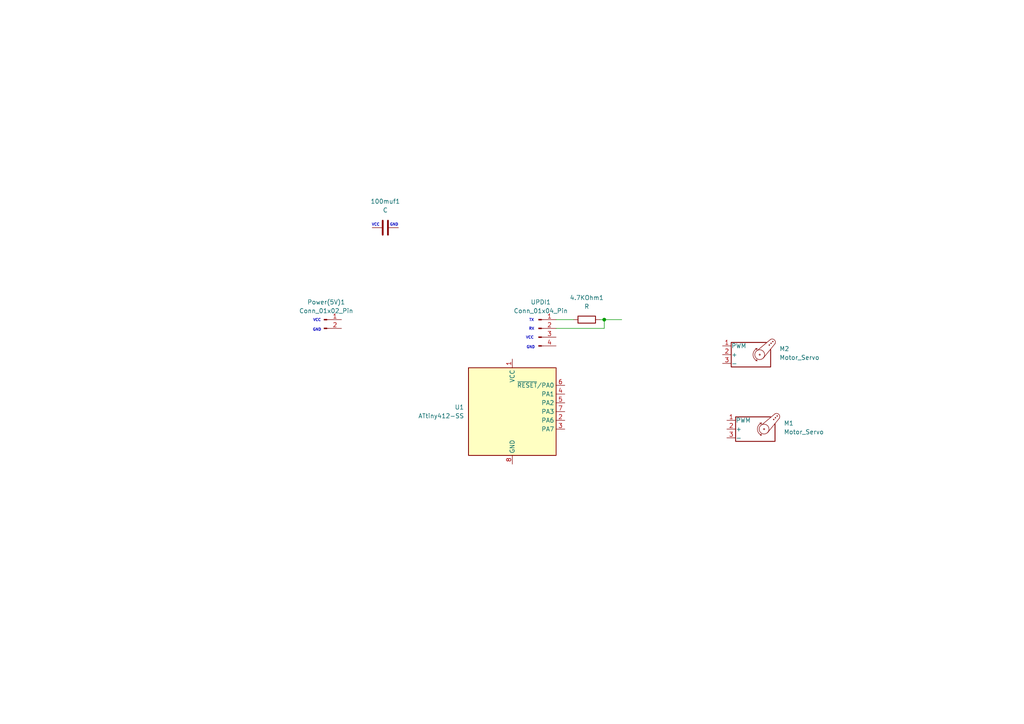
<source format=kicad_sch>
(kicad_sch (version 20231120) (generator "eeschema") (generator_version "8.0")
  (paper "A4")
  (lib_symbols
    (symbol "Connector:Conn_01x02_Pin" (pin_names (offset 1.016) hide)
      (property "Reference" "J" (at 0 2.54 0))
      (property "Value" "Conn_01x02_Pin" (at 0 -5.08 0))
      (symbol "Conn_01x02_Pin_1_1"
        (polyline (pts (xy 1.27 -2.54) (xy 0.8636 -2.54)) (stroke (width 0.1524)))
        (polyline (pts (xy 1.27 0) (xy 0.8636 0)) (stroke (width 0.1524)))
        (rectangle (start 0.8636 -2.413) (end 0 -2.667) (stroke (width 0.1524)) (fill (type outline)))
        (rectangle (start 0.8636 0.127) (end 0 -0.127) (stroke (width 0.1524)) (fill (type outline)))
        (pin passive line (at 5.08 0 180) (length 3.81) (name "Pin_1") (number "1"))
        (pin passive line (at 5.08 -2.54 180) (length 3.81) (name "Pin_2") (number "2"))
      )
    )
    (symbol "Connector:Conn_01x04_Pin" (pin_names (offset 1.016) hide)
      (property "Reference" "J" (at 0 5.08 0))
      (property "Value" "Conn_01x04_Pin" (at 0 -7.62 0))
      (symbol "Conn_01x04_Pin_1_1"
        (polyline (pts (xy 1.27 -5.08) (xy 0.8636 -5.08)) (stroke (width 0.1524)))
        (polyline (pts (xy 1.27 -2.54) (xy 0.8636 -2.54)) (stroke (width 0.1524)))
        (polyline (pts (xy 1.27 0) (xy 0.8636 0)) (stroke (width 0.1524)))
        (polyline (pts (xy 1.27 2.54) (xy 0.8636 2.54)) (stroke (width 0.1524)))
        (rectangle (start 0.8636 -4.953) (end 0 -5.207) (stroke (width 0.1524)) (fill (type outline)))
        (rectangle (start 0.8636 -2.413) (end 0 -2.667) (stroke (width 0.1524)) (fill (type outline)))
        (rectangle (start 0.8636 0.127) (end 0 -0.127) (stroke (width 0.1524)) (fill (type outline)))
        (rectangle (start 0.8636 2.667) (end 0 2.413) (stroke (width 0.1524)) (fill (type outline)))
        (pin passive line (at 5.08 2.54 180) (length 3.81) (name "Pin_1") (number "1"))
        (pin passive line (at 5.08 0 180) (length 3.81) (name "Pin_2") (number "2"))
        (pin passive line (at 5.08 -2.54 180) (length 3.81) (name "Pin_3") (number "3"))
        (pin passive line (at 5.08 -5.08 180) (length 3.81) (name "Pin_4") (number "4"))
      )
    )
    (symbol "Device:C" (pin_numbers hide) (pin_names (offset 0.254))
      (property "Reference" "C" (at 0.635 2.54 0))
      (property "Value" "C" (at 0.635 -2.54 0))
      (symbol "C_0_1"
        (polyline (pts (xy -2.032 -0.762) (xy 2.032 -0.762)) (stroke (width 0.508)))
        (polyline (pts (xy -2.032 0.762) (xy 2.032 0.762)) (stroke (width 0.508)))
      )
      (symbol "C_1_1"
        (pin passive line (at 0 3.81 270) (length 2.794) (name "~") (number "1"))
        (pin passive line (at 0 -3.81 90) (length 2.794) (name "~") (number "2"))
      )
    )
    (symbol "Device:R" (pin_numbers hide) (pin_names (offset 0))
      (property "Reference" "R" (at 2.032 0 90))
      (property "Value" "R" (at 0 0 90))
      (symbol "R_0_1"
        (rectangle (start -1.016 -2.54) (end 1.016 2.54) (stroke (width 0.254)))
      )
      (symbol "R_1_1"
        (pin passive line (at 0 3.81 270) (length 1.27) (name "~") (number "1"))
        (pin passive line (at 0 -3.81 90) (length 1.27) (name "~") (number "2"))
      )
    )
    (symbol "MCU_Microchip_ATtiny:ATtiny412-SS"
      (property "Reference" "U" (at -12.7 13.97 0))
      (property "Value" "ATtiny412-SS" (at 2.54 -13.97 0))
      (symbol "ATtiny412-SS_0_1"
        (rectangle (start -12.7 -12.7) (end 12.7 12.7) (stroke (width 0.254)) (fill (type background)))
      )
      (symbol "ATtiny412-SS_1_1"
        (pin power_in line (at 0 15.24 270) (length 2.54) (name "VCC") (number "1"))
        (pin bidirectional line (at 15.24 -2.54 180) (length 2.54) (name "PA6") (number "2"))
        (pin bidirectional line (at 15.24 -5.08 180) (length 2.54) (name "PA7") (number "3"))
        (pin bidirectional line (at 15.24 5.08 180) (length 2.54) (name "PA1") (number "4"))
        (pin bidirectional line (at 15.24 2.54 180) (length 2.54) (name "PA2") (number "5"))
        (pin bidirectional line (at 15.24 7.62 180) (length 2.54) (name "~{RESET}/PA0") (number "6"))
        (pin bidirectional line (at 15.24 0 180) (length 2.54) (name "PA3") (number "7"))
        (pin power_in line (at 0 -15.24 90) (length 2.54) (name "GND") (number "8"))
      )
    )
    (symbol "Motor:Motor_Servo" (pin_names (offset 0.0254))
      (property "Reference" "M" (at -5.08 4.445 0))
      (property "Value" "Motor_Servo" (at -5.08 -4.064 0))
      (symbol "Motor_Servo_0_1"
        (polyline (pts (xy 2.413 -1.778) (xy 2.032 -1.778)))
        (polyline (pts (xy 2.413 -1.778) (xy 2.286 -1.397)))
        (polyline (pts (xy 2.413 1.778) (xy 1.905 1.778)))
        (polyline (pts (xy 2.413 1.778) (xy 2.286 1.397)))
        (polyline (pts (xy 6.35 4.445) (xy 2.54 1.27)))
        (polyline (pts (xy 7.62 3.175) (xy 4.191 -1.016)))
        (polyline (pts (xy 5.08 3.556) (xy -5.08 3.556) (xy -5.08 -3.556) (xy 6.35 -3.556) (xy 6.35 1.524)) (stroke (width 0.254)))
        (arc (start 2.413 1.778) (mid 1.2406 0) (end 2.413 -1.778))
        (circle (center 3.175 0) (radius 0.1778))
        (circle (center 3.175 0) (radius 1.4224))
        (circle (center 5.969 2.794) (radius 0.127))
        (circle (center 6.477 3.302) (radius 0.127))
        (circle (center 6.985 3.81) (radius 0.127))
        (arc (start 7.62 3.175) (mid 7.4485 4.2735) (end 6.35 4.445))
      )
      (symbol "Motor_Servo_1_1"
        (pin passive line (at -7.62 2.54 0) (length 2.54) (name "PWM") (number "1"))
        (pin passive line (at -7.62 0 0) (length 2.54) (name "+") (number "2"))
        (pin passive line (at -7.62 -2.54 0) (length 2.54) (name "-") (number "3"))
      )
    )
  )
  (junction (at 175.26 92.71))
  (wire (pts (xy 175.26 92.71) (xy 180.34 92.71)))
  (wire (pts (xy 173.99 92.71) (xy 175.26 92.71)))
  (wire (pts (xy 161.29 92.71) (xy 166.37 92.71)))
  (wire (pts (xy 175.26 95.25) (xy 175.26 92.71)))
  (wire (pts (xy 161.29 95.25) (xy 175.26 95.25)))
  (text "VCC" (at 153.67 98.044 0) (effects (font (size 0.762 0.762))))
  (text "VCC" (at 108.966 65.278 0) (effects (font (size 0.762 0.762))))
  (text "RX" (at 154.178 95.504 0) (effects (font (size 0.762 0.762))))
  (text "GND" (at 114.3 65.278 0) (effects (font (size 0.762 0.762))))
  (text "GND" (at 153.924 100.838 0) (effects (font (size 0.762 0.762))))
  (text "VCC" (at 91.948 92.964 0) (effects (font (size 0.762 0.762))))
  (text "GND" (at 91.948 95.758 0) (effects (font (size 0.762 0.762))))
  (text "TX" (at 154.178 92.964 0) (effects (font (size 0.762 0.762))))
  (symbol (lib_id "Device:C") (at 111.76 66.04 90) (unit 1)
    (property "Reference" "100muf1" (at 111.76 58.42 90))
    (property "Value" "C" (at 111.76 60.96 90))
    (property "Footprint" "Capacitor_SMD:C_0201_0603Metric_Pad0.64x0.40mm_HandSolder" (effects (hide yes)))
    (property "Description" "Unpolarized capacitor" (effects (hide yes)))
  )
  (symbol (lib_id "Connector:Conn_01x04_Pin") (at 156.21 95.25 0) (unit 1)
    (property "Reference" "UPDI1" (at 156.845 87.63 0))
    (property "Value" "Conn_01x04_Pin" (at 156.845 90.17 0))
    (property "Footprint" "Connector_PinHeader_1.00mm:PinHeader_1x04_P1.00mm_Vertical_SMD_Pin1Left" (effects (hide yes)))
    (property "Description" "Generic connector, single row, 01x04, script generated" (effects (hide yes)))
  )
  (symbol (lib_id "Device:R") (at 170.18 92.71 270) (unit 1)
    (property "Reference" "4.7KOhm1" (at 170.18 86.36 90))
    (property "Value" "R" (at 170.18 88.9 90))
    (property "Footprint" "Resistor_SMD:R_0201_0603Metric_Pad0.64x0.40mm_HandSolder" (effects (hide yes)))
    (property "Description" "Resistor" (effects (hide yes)))
  )
  (symbol (lib_id "Motor:Motor_Servo") (at 217.17 102.87 0) (unit 1)
    (property "Reference" "M2" (at 226.06 101.1665 0) (effects (justify left)))
    (property "Value" "Motor_Servo" (at 226.06 103.7065 0) (effects (justify left)))
    (property "Footprint" "Connector_PinHeader_1.00mm:PinHeader_1x03_P1.00mm_Vertical_SMD_Pin1Left" (effects (hide yes)))
    (property "Datasheet" "http://forums.parallax.com/uploads/attachments/46831/74481.png" (effects (hide yes)))
    (property "Description" "Servo Motor (Futaba, HiTec, JR connector)" (effects (hide yes)))
  )
  (symbol (lib_id "Motor:Motor_Servo") (at 218.44 124.46 0) (unit 1)
    (property "Reference" "M1" (at 227.33 122.7565 0) (effects (justify left)))
    (property "Value" "Motor_Servo" (at 227.33 125.2965 0) (effects (justify left)))
    (property "Footprint" "Connector_PinHeader_1.00mm:PinHeader_1x03_P1.00mm_Vertical_SMD_Pin1Right" (effects (hide yes)))
    (property "Datasheet" "http://forums.parallax.com/uploads/attachments/46831/74481.png" (effects (hide yes)))
    (property "Description" "Servo Motor (Futaba, HiTec, JR connector)" (effects (hide yes)))
  )
  (symbol (lib_id "MCU_Microchip_ATtiny:ATtiny412-SS") (at 148.59 119.38 0) (unit 1)
    (property "Reference" "U1" (at 134.62 118.1099 0) (effects (justify right)))
    (property "Value" "ATtiny412-SS" (at 134.62 120.6499 0) (effects (justify right)))
    (property "Footprint" "Package_SO:SOIC-8_3.9x4.9mm_P1.27mm" (effects (hide yes)))
    (property "Datasheet" "http://ww1.microchip.com/downloads/en/DeviceDoc/40001911A.pdf" (effects (hide yes)))
    (property "Description" "20MHz, 4kB Flash, 256B SRAM, 128B EEPROM, SOIC-8" (effects (hide yes)))
  )
  (symbol (lib_id "Connector:Conn_01x02_Pin") (at 93.98 92.71 0) (unit 1)
    (property "Reference" "Power(5V)1" (at 94.615 87.63 0))
    (property "Value" "Conn_01x02_Pin" (at 94.615 90.17 0))
    (property "Footprint" "Connector_PinHeader_1.00mm:PinHeader_1x02_P1.00mm_Vertical_SMD_Pin1Left" (effects (hide yes)))
    (property "Description" "Generic connector, single row, 01x02, script generated" (effects (hide yes)))
  )
)
</source>
